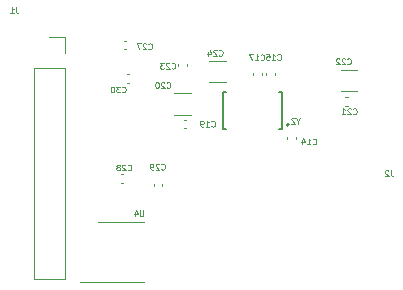
<source format=gbr>
%TF.GenerationSoftware,KiCad,Pcbnew,8.0.4*%
%TF.CreationDate,2024-09-17T19:46:24+01:00*%
%TF.ProjectId,ADE_Main_V4,4144455f-4d61-4696-9e5f-56342e6b6963,rev?*%
%TF.SameCoordinates,Original*%
%TF.FileFunction,Legend,Bot*%
%TF.FilePolarity,Positive*%
%FSLAX46Y46*%
G04 Gerber Fmt 4.6, Leading zero omitted, Abs format (unit mm)*
G04 Created by KiCad (PCBNEW 8.0.4) date 2024-09-17 19:46:24*
%MOMM*%
%LPD*%
G01*
G04 APERTURE LIST*
%ADD10C,0.100000*%
%ADD11C,0.120000*%
%ADD12C,0.127000*%
%ADD13C,0.200000*%
G04 APERTURE END LIST*
D10*
X3191628Y33781309D02*
X3215437Y33757500D01*
X3215437Y33757500D02*
X3286866Y33733690D01*
X3286866Y33733690D02*
X3334485Y33733690D01*
X3334485Y33733690D02*
X3405913Y33757500D01*
X3405913Y33757500D02*
X3453532Y33805119D01*
X3453532Y33805119D02*
X3477342Y33852738D01*
X3477342Y33852738D02*
X3501151Y33947976D01*
X3501151Y33947976D02*
X3501151Y34019404D01*
X3501151Y34019404D02*
X3477342Y34114642D01*
X3477342Y34114642D02*
X3453532Y34162261D01*
X3453532Y34162261D02*
X3405913Y34209880D01*
X3405913Y34209880D02*
X3334485Y34233690D01*
X3334485Y34233690D02*
X3286866Y34233690D01*
X3286866Y34233690D02*
X3215437Y34209880D01*
X3215437Y34209880D02*
X3191628Y34186071D01*
X3001151Y34186071D02*
X2977342Y34209880D01*
X2977342Y34209880D02*
X2929723Y34233690D01*
X2929723Y34233690D02*
X2810675Y34233690D01*
X2810675Y34233690D02*
X2763056Y34209880D01*
X2763056Y34209880D02*
X2739247Y34186071D01*
X2739247Y34186071D02*
X2715437Y34138452D01*
X2715437Y34138452D02*
X2715437Y34090833D01*
X2715437Y34090833D02*
X2739247Y34019404D01*
X2739247Y34019404D02*
X3024961Y33733690D01*
X3024961Y33733690D02*
X2715437Y33733690D01*
X2405914Y34233690D02*
X2358295Y34233690D01*
X2358295Y34233690D02*
X2310676Y34209880D01*
X2310676Y34209880D02*
X2286866Y34186071D01*
X2286866Y34186071D02*
X2263057Y34138452D01*
X2263057Y34138452D02*
X2239247Y34043214D01*
X2239247Y34043214D02*
X2239247Y33924166D01*
X2239247Y33924166D02*
X2263057Y33828928D01*
X2263057Y33828928D02*
X2286866Y33781309D01*
X2286866Y33781309D02*
X2310676Y33757500D01*
X2310676Y33757500D02*
X2358295Y33733690D01*
X2358295Y33733690D02*
X2405914Y33733690D01*
X2405914Y33733690D02*
X2453533Y33757500D01*
X2453533Y33757500D02*
X2477342Y33781309D01*
X2477342Y33781309D02*
X2501152Y33828928D01*
X2501152Y33828928D02*
X2524961Y33924166D01*
X2524961Y33924166D02*
X2524961Y34043214D01*
X2524961Y34043214D02*
X2501152Y34138452D01*
X2501152Y34138452D02*
X2477342Y34186071D01*
X2477342Y34186071D02*
X2453533Y34209880D01*
X2453533Y34209880D02*
X2405914Y34233690D01*
X14335094Y30949185D02*
X14335094Y30711090D01*
X14501760Y31211090D02*
X14335094Y30949185D01*
X14335094Y30949185D02*
X14168427Y31211090D01*
X14025570Y31163471D02*
X14001761Y31187280D01*
X14001761Y31187280D02*
X13954142Y31211090D01*
X13954142Y31211090D02*
X13835094Y31211090D01*
X13835094Y31211090D02*
X13787475Y31187280D01*
X13787475Y31187280D02*
X13763666Y31163471D01*
X13763666Y31163471D02*
X13739856Y31115852D01*
X13739856Y31115852D02*
X13739856Y31068233D01*
X13739856Y31068233D02*
X13763666Y30996804D01*
X13763666Y30996804D02*
X14049380Y30711090D01*
X14049380Y30711090D02*
X13739856Y30711090D01*
X-9561533Y40558290D02*
X-9561533Y40201147D01*
X-9561533Y40201147D02*
X-9537724Y40129719D01*
X-9537724Y40129719D02*
X-9490105Y40082100D01*
X-9490105Y40082100D02*
X-9418676Y40058290D01*
X-9418676Y40058290D02*
X-9371057Y40058290D01*
X-10061533Y40058290D02*
X-9775819Y40058290D01*
X-9918676Y40058290D02*
X-9918676Y40558290D01*
X-9918676Y40558290D02*
X-9871057Y40486861D01*
X-9871057Y40486861D02*
X-9823438Y40439242D01*
X-9823438Y40439242D02*
X-9775819Y40415433D01*
X2734428Y26872509D02*
X2758237Y26848700D01*
X2758237Y26848700D02*
X2829666Y26824890D01*
X2829666Y26824890D02*
X2877285Y26824890D01*
X2877285Y26824890D02*
X2948713Y26848700D01*
X2948713Y26848700D02*
X2996332Y26896319D01*
X2996332Y26896319D02*
X3020142Y26943938D01*
X3020142Y26943938D02*
X3043951Y27039176D01*
X3043951Y27039176D02*
X3043951Y27110604D01*
X3043951Y27110604D02*
X3020142Y27205842D01*
X3020142Y27205842D02*
X2996332Y27253461D01*
X2996332Y27253461D02*
X2948713Y27301080D01*
X2948713Y27301080D02*
X2877285Y27324890D01*
X2877285Y27324890D02*
X2829666Y27324890D01*
X2829666Y27324890D02*
X2758237Y27301080D01*
X2758237Y27301080D02*
X2734428Y27277271D01*
X2543951Y27277271D02*
X2520142Y27301080D01*
X2520142Y27301080D02*
X2472523Y27324890D01*
X2472523Y27324890D02*
X2353475Y27324890D01*
X2353475Y27324890D02*
X2305856Y27301080D01*
X2305856Y27301080D02*
X2282047Y27277271D01*
X2282047Y27277271D02*
X2258237Y27229652D01*
X2258237Y27229652D02*
X2258237Y27182033D01*
X2258237Y27182033D02*
X2282047Y27110604D01*
X2282047Y27110604D02*
X2567761Y26824890D01*
X2567761Y26824890D02*
X2258237Y26824890D01*
X2020142Y26824890D02*
X1924904Y26824890D01*
X1924904Y26824890D02*
X1877285Y26848700D01*
X1877285Y26848700D02*
X1853476Y26872509D01*
X1853476Y26872509D02*
X1805857Y26943938D01*
X1805857Y26943938D02*
X1782047Y27039176D01*
X1782047Y27039176D02*
X1782047Y27229652D01*
X1782047Y27229652D02*
X1805857Y27277271D01*
X1805857Y27277271D02*
X1829666Y27301080D01*
X1829666Y27301080D02*
X1877285Y27324890D01*
X1877285Y27324890D02*
X1972523Y27324890D01*
X1972523Y27324890D02*
X2020142Y27301080D01*
X2020142Y27301080D02*
X2043952Y27277271D01*
X2043952Y27277271D02*
X2067761Y27229652D01*
X2067761Y27229652D02*
X2067761Y27110604D01*
X2067761Y27110604D02*
X2043952Y27062985D01*
X2043952Y27062985D02*
X2020142Y27039176D01*
X2020142Y27039176D02*
X1972523Y27015366D01*
X1972523Y27015366D02*
X1877285Y27015366D01*
X1877285Y27015366D02*
X1829666Y27039176D01*
X1829666Y27039176D02*
X1805857Y27062985D01*
X1805857Y27062985D02*
X1782047Y27110604D01*
X3598028Y35406909D02*
X3621837Y35383100D01*
X3621837Y35383100D02*
X3693266Y35359290D01*
X3693266Y35359290D02*
X3740885Y35359290D01*
X3740885Y35359290D02*
X3812313Y35383100D01*
X3812313Y35383100D02*
X3859932Y35430719D01*
X3859932Y35430719D02*
X3883742Y35478338D01*
X3883742Y35478338D02*
X3907551Y35573576D01*
X3907551Y35573576D02*
X3907551Y35645004D01*
X3907551Y35645004D02*
X3883742Y35740242D01*
X3883742Y35740242D02*
X3859932Y35787861D01*
X3859932Y35787861D02*
X3812313Y35835480D01*
X3812313Y35835480D02*
X3740885Y35859290D01*
X3740885Y35859290D02*
X3693266Y35859290D01*
X3693266Y35859290D02*
X3621837Y35835480D01*
X3621837Y35835480D02*
X3598028Y35811671D01*
X3407551Y35811671D02*
X3383742Y35835480D01*
X3383742Y35835480D02*
X3336123Y35859290D01*
X3336123Y35859290D02*
X3217075Y35859290D01*
X3217075Y35859290D02*
X3169456Y35835480D01*
X3169456Y35835480D02*
X3145647Y35811671D01*
X3145647Y35811671D02*
X3121837Y35764052D01*
X3121837Y35764052D02*
X3121837Y35716433D01*
X3121837Y35716433D02*
X3145647Y35645004D01*
X3145647Y35645004D02*
X3431361Y35359290D01*
X3431361Y35359290D02*
X3121837Y35359290D01*
X2955171Y35859290D02*
X2645647Y35859290D01*
X2645647Y35859290D02*
X2812314Y35668814D01*
X2812314Y35668814D02*
X2740885Y35668814D01*
X2740885Y35668814D02*
X2693266Y35645004D01*
X2693266Y35645004D02*
X2669457Y35621195D01*
X2669457Y35621195D02*
X2645647Y35573576D01*
X2645647Y35573576D02*
X2645647Y35454528D01*
X2645647Y35454528D02*
X2669457Y35406909D01*
X2669457Y35406909D02*
X2693266Y35383100D01*
X2693266Y35383100D02*
X2740885Y35359290D01*
X2740885Y35359290D02*
X2883742Y35359290D01*
X2883742Y35359290D02*
X2931361Y35383100D01*
X2931361Y35383100D02*
X2955171Y35406909D01*
X12564228Y36143509D02*
X12588037Y36119700D01*
X12588037Y36119700D02*
X12659466Y36095890D01*
X12659466Y36095890D02*
X12707085Y36095890D01*
X12707085Y36095890D02*
X12778513Y36119700D01*
X12778513Y36119700D02*
X12826132Y36167319D01*
X12826132Y36167319D02*
X12849942Y36214938D01*
X12849942Y36214938D02*
X12873751Y36310176D01*
X12873751Y36310176D02*
X12873751Y36381604D01*
X12873751Y36381604D02*
X12849942Y36476842D01*
X12849942Y36476842D02*
X12826132Y36524461D01*
X12826132Y36524461D02*
X12778513Y36572080D01*
X12778513Y36572080D02*
X12707085Y36595890D01*
X12707085Y36595890D02*
X12659466Y36595890D01*
X12659466Y36595890D02*
X12588037Y36572080D01*
X12588037Y36572080D02*
X12564228Y36548271D01*
X12088037Y36095890D02*
X12373751Y36095890D01*
X12230894Y36095890D02*
X12230894Y36595890D01*
X12230894Y36595890D02*
X12278513Y36524461D01*
X12278513Y36524461D02*
X12326132Y36476842D01*
X12326132Y36476842D02*
X12373751Y36453033D01*
X11635657Y36595890D02*
X11873752Y36595890D01*
X11873752Y36595890D02*
X11897561Y36357795D01*
X11897561Y36357795D02*
X11873752Y36381604D01*
X11873752Y36381604D02*
X11826133Y36405414D01*
X11826133Y36405414D02*
X11707085Y36405414D01*
X11707085Y36405414D02*
X11659466Y36381604D01*
X11659466Y36381604D02*
X11635657Y36357795D01*
X11635657Y36357795D02*
X11611847Y36310176D01*
X11611847Y36310176D02*
X11611847Y36191128D01*
X11611847Y36191128D02*
X11635657Y36143509D01*
X11635657Y36143509D02*
X11659466Y36119700D01*
X11659466Y36119700D02*
X11707085Y36095890D01*
X11707085Y36095890D02*
X11826133Y36095890D01*
X11826133Y36095890D02*
X11873752Y36119700D01*
X11873752Y36119700D02*
X11897561Y36143509D01*
X18482428Y35787909D02*
X18506237Y35764100D01*
X18506237Y35764100D02*
X18577666Y35740290D01*
X18577666Y35740290D02*
X18625285Y35740290D01*
X18625285Y35740290D02*
X18696713Y35764100D01*
X18696713Y35764100D02*
X18744332Y35811719D01*
X18744332Y35811719D02*
X18768142Y35859338D01*
X18768142Y35859338D02*
X18791951Y35954576D01*
X18791951Y35954576D02*
X18791951Y36026004D01*
X18791951Y36026004D02*
X18768142Y36121242D01*
X18768142Y36121242D02*
X18744332Y36168861D01*
X18744332Y36168861D02*
X18696713Y36216480D01*
X18696713Y36216480D02*
X18625285Y36240290D01*
X18625285Y36240290D02*
X18577666Y36240290D01*
X18577666Y36240290D02*
X18506237Y36216480D01*
X18506237Y36216480D02*
X18482428Y36192671D01*
X18291951Y36192671D02*
X18268142Y36216480D01*
X18268142Y36216480D02*
X18220523Y36240290D01*
X18220523Y36240290D02*
X18101475Y36240290D01*
X18101475Y36240290D02*
X18053856Y36216480D01*
X18053856Y36216480D02*
X18030047Y36192671D01*
X18030047Y36192671D02*
X18006237Y36145052D01*
X18006237Y36145052D02*
X18006237Y36097433D01*
X18006237Y36097433D02*
X18030047Y36026004D01*
X18030047Y36026004D02*
X18315761Y35740290D01*
X18315761Y35740290D02*
X18006237Y35740290D01*
X17815761Y36192671D02*
X17791952Y36216480D01*
X17791952Y36216480D02*
X17744333Y36240290D01*
X17744333Y36240290D02*
X17625285Y36240290D01*
X17625285Y36240290D02*
X17577666Y36216480D01*
X17577666Y36216480D02*
X17553857Y36192671D01*
X17553857Y36192671D02*
X17530047Y36145052D01*
X17530047Y36145052D02*
X17530047Y36097433D01*
X17530047Y36097433D02*
X17553857Y36026004D01*
X17553857Y36026004D02*
X17839571Y35740290D01*
X17839571Y35740290D02*
X17530047Y35740290D01*
X22166666Y26773890D02*
X22166666Y26416747D01*
X22166666Y26416747D02*
X22190475Y26345319D01*
X22190475Y26345319D02*
X22238094Y26297700D01*
X22238094Y26297700D02*
X22309523Y26273890D01*
X22309523Y26273890D02*
X22357142Y26273890D01*
X21952380Y26726271D02*
X21928571Y26750080D01*
X21928571Y26750080D02*
X21880952Y26773890D01*
X21880952Y26773890D02*
X21761904Y26773890D01*
X21761904Y26773890D02*
X21714285Y26750080D01*
X21714285Y26750080D02*
X21690476Y26726271D01*
X21690476Y26726271D02*
X21666666Y26678652D01*
X21666666Y26678652D02*
X21666666Y26631033D01*
X21666666Y26631033D02*
X21690476Y26559604D01*
X21690476Y26559604D02*
X21976190Y26273890D01*
X21976190Y26273890D02*
X21666666Y26273890D01*
X11141828Y36118109D02*
X11165637Y36094300D01*
X11165637Y36094300D02*
X11237066Y36070490D01*
X11237066Y36070490D02*
X11284685Y36070490D01*
X11284685Y36070490D02*
X11356113Y36094300D01*
X11356113Y36094300D02*
X11403732Y36141919D01*
X11403732Y36141919D02*
X11427542Y36189538D01*
X11427542Y36189538D02*
X11451351Y36284776D01*
X11451351Y36284776D02*
X11451351Y36356204D01*
X11451351Y36356204D02*
X11427542Y36451442D01*
X11427542Y36451442D02*
X11403732Y36499061D01*
X11403732Y36499061D02*
X11356113Y36546680D01*
X11356113Y36546680D02*
X11284685Y36570490D01*
X11284685Y36570490D02*
X11237066Y36570490D01*
X11237066Y36570490D02*
X11165637Y36546680D01*
X11165637Y36546680D02*
X11141828Y36522871D01*
X10665637Y36070490D02*
X10951351Y36070490D01*
X10808494Y36070490D02*
X10808494Y36570490D01*
X10808494Y36570490D02*
X10856113Y36499061D01*
X10856113Y36499061D02*
X10903732Y36451442D01*
X10903732Y36451442D02*
X10951351Y36427633D01*
X10498971Y36570490D02*
X10165638Y36570490D01*
X10165638Y36570490D02*
X10379923Y36070490D01*
X15546428Y28996509D02*
X15570237Y28972700D01*
X15570237Y28972700D02*
X15641666Y28948890D01*
X15641666Y28948890D02*
X15689285Y28948890D01*
X15689285Y28948890D02*
X15760713Y28972700D01*
X15760713Y28972700D02*
X15808332Y29020319D01*
X15808332Y29020319D02*
X15832142Y29067938D01*
X15832142Y29067938D02*
X15855951Y29163176D01*
X15855951Y29163176D02*
X15855951Y29234604D01*
X15855951Y29234604D02*
X15832142Y29329842D01*
X15832142Y29329842D02*
X15808332Y29377461D01*
X15808332Y29377461D02*
X15760713Y29425080D01*
X15760713Y29425080D02*
X15689285Y29448890D01*
X15689285Y29448890D02*
X15641666Y29448890D01*
X15641666Y29448890D02*
X15570237Y29425080D01*
X15570237Y29425080D02*
X15546428Y29401271D01*
X15070237Y28948890D02*
X15355951Y28948890D01*
X15213094Y28948890D02*
X15213094Y29448890D01*
X15213094Y29448890D02*
X15260713Y29377461D01*
X15260713Y29377461D02*
X15308332Y29329842D01*
X15308332Y29329842D02*
X15355951Y29306033D01*
X14641666Y29282223D02*
X14641666Y28948890D01*
X14760714Y29472700D02*
X14879761Y29115557D01*
X14879761Y29115557D02*
X14570238Y29115557D01*
X-592971Y33400309D02*
X-569162Y33376500D01*
X-569162Y33376500D02*
X-497733Y33352690D01*
X-497733Y33352690D02*
X-450114Y33352690D01*
X-450114Y33352690D02*
X-378686Y33376500D01*
X-378686Y33376500D02*
X-331067Y33424119D01*
X-331067Y33424119D02*
X-307257Y33471738D01*
X-307257Y33471738D02*
X-283448Y33566976D01*
X-283448Y33566976D02*
X-283448Y33638404D01*
X-283448Y33638404D02*
X-307257Y33733642D01*
X-307257Y33733642D02*
X-331067Y33781261D01*
X-331067Y33781261D02*
X-378686Y33828880D01*
X-378686Y33828880D02*
X-450114Y33852690D01*
X-450114Y33852690D02*
X-497733Y33852690D01*
X-497733Y33852690D02*
X-569162Y33828880D01*
X-569162Y33828880D02*
X-592971Y33805071D01*
X-759638Y33852690D02*
X-1069162Y33852690D01*
X-1069162Y33852690D02*
X-902495Y33662214D01*
X-902495Y33662214D02*
X-973924Y33662214D01*
X-973924Y33662214D02*
X-1021543Y33638404D01*
X-1021543Y33638404D02*
X-1045352Y33614595D01*
X-1045352Y33614595D02*
X-1069162Y33566976D01*
X-1069162Y33566976D02*
X-1069162Y33447928D01*
X-1069162Y33447928D02*
X-1045352Y33400309D01*
X-1045352Y33400309D02*
X-1021543Y33376500D01*
X-1021543Y33376500D02*
X-973924Y33352690D01*
X-973924Y33352690D02*
X-831067Y33352690D01*
X-831067Y33352690D02*
X-783448Y33376500D01*
X-783448Y33376500D02*
X-759638Y33400309D01*
X-1378685Y33852690D02*
X-1426304Y33852690D01*
X-1426304Y33852690D02*
X-1473923Y33828880D01*
X-1473923Y33828880D02*
X-1497733Y33805071D01*
X-1497733Y33805071D02*
X-1521542Y33757452D01*
X-1521542Y33757452D02*
X-1545352Y33662214D01*
X-1545352Y33662214D02*
X-1545352Y33543166D01*
X-1545352Y33543166D02*
X-1521542Y33447928D01*
X-1521542Y33447928D02*
X-1497733Y33400309D01*
X-1497733Y33400309D02*
X-1473923Y33376500D01*
X-1473923Y33376500D02*
X-1426304Y33352690D01*
X-1426304Y33352690D02*
X-1378685Y33352690D01*
X-1378685Y33352690D02*
X-1331066Y33376500D01*
X-1331066Y33376500D02*
X-1307257Y33400309D01*
X-1307257Y33400309D02*
X-1283447Y33447928D01*
X-1283447Y33447928D02*
X-1259638Y33543166D01*
X-1259638Y33543166D02*
X-1259638Y33662214D01*
X-1259638Y33662214D02*
X-1283447Y33757452D01*
X-1283447Y33757452D02*
X-1307257Y33805071D01*
X-1307257Y33805071D02*
X-1331066Y33828880D01*
X-1331066Y33828880D02*
X-1378685Y33852690D01*
X6976228Y30504709D02*
X7000037Y30480900D01*
X7000037Y30480900D02*
X7071466Y30457090D01*
X7071466Y30457090D02*
X7119085Y30457090D01*
X7119085Y30457090D02*
X7190513Y30480900D01*
X7190513Y30480900D02*
X7238132Y30528519D01*
X7238132Y30528519D02*
X7261942Y30576138D01*
X7261942Y30576138D02*
X7285751Y30671376D01*
X7285751Y30671376D02*
X7285751Y30742804D01*
X7285751Y30742804D02*
X7261942Y30838042D01*
X7261942Y30838042D02*
X7238132Y30885661D01*
X7238132Y30885661D02*
X7190513Y30933280D01*
X7190513Y30933280D02*
X7119085Y30957090D01*
X7119085Y30957090D02*
X7071466Y30957090D01*
X7071466Y30957090D02*
X7000037Y30933280D01*
X7000037Y30933280D02*
X6976228Y30909471D01*
X6500037Y30457090D02*
X6785751Y30457090D01*
X6642894Y30457090D02*
X6642894Y30957090D01*
X6642894Y30957090D02*
X6690513Y30885661D01*
X6690513Y30885661D02*
X6738132Y30838042D01*
X6738132Y30838042D02*
X6785751Y30814233D01*
X6261942Y30457090D02*
X6166704Y30457090D01*
X6166704Y30457090D02*
X6119085Y30480900D01*
X6119085Y30480900D02*
X6095276Y30504709D01*
X6095276Y30504709D02*
X6047657Y30576138D01*
X6047657Y30576138D02*
X6023847Y30671376D01*
X6023847Y30671376D02*
X6023847Y30861852D01*
X6023847Y30861852D02*
X6047657Y30909471D01*
X6047657Y30909471D02*
X6071466Y30933280D01*
X6071466Y30933280D02*
X6119085Y30957090D01*
X6119085Y30957090D02*
X6214323Y30957090D01*
X6214323Y30957090D02*
X6261942Y30933280D01*
X6261942Y30933280D02*
X6285752Y30909471D01*
X6285752Y30909471D02*
X6309561Y30861852D01*
X6309561Y30861852D02*
X6309561Y30742804D01*
X6309561Y30742804D02*
X6285752Y30695185D01*
X6285752Y30695185D02*
X6261942Y30671376D01*
X6261942Y30671376D02*
X6214323Y30647566D01*
X6214323Y30647566D02*
X6119085Y30647566D01*
X6119085Y30647566D02*
X6071466Y30671376D01*
X6071466Y30671376D02*
X6047657Y30695185D01*
X6047657Y30695185D02*
X6023847Y30742804D01*
X1219152Y23362490D02*
X1219152Y22957728D01*
X1219152Y22957728D02*
X1195342Y22910109D01*
X1195342Y22910109D02*
X1171533Y22886300D01*
X1171533Y22886300D02*
X1123914Y22862490D01*
X1123914Y22862490D02*
X1028676Y22862490D01*
X1028676Y22862490D02*
X981057Y22886300D01*
X981057Y22886300D02*
X957247Y22910109D01*
X957247Y22910109D02*
X933438Y22957728D01*
X933438Y22957728D02*
X933438Y23362490D01*
X481056Y23195823D02*
X481056Y22862490D01*
X600104Y23386300D02*
X719151Y23029157D01*
X719151Y23029157D02*
X409628Y23029157D01*
X-110371Y26796309D02*
X-86562Y26772500D01*
X-86562Y26772500D02*
X-15133Y26748690D01*
X-15133Y26748690D02*
X32485Y26748690D01*
X32485Y26748690D02*
X103913Y26772500D01*
X103913Y26772500D02*
X151532Y26820119D01*
X151532Y26820119D02*
X175342Y26867738D01*
X175342Y26867738D02*
X199151Y26962976D01*
X199151Y26962976D02*
X199151Y27034404D01*
X199151Y27034404D02*
X175342Y27129642D01*
X175342Y27129642D02*
X151532Y27177261D01*
X151532Y27177261D02*
X103913Y27224880D01*
X103913Y27224880D02*
X32485Y27248690D01*
X32485Y27248690D02*
X-15133Y27248690D01*
X-15133Y27248690D02*
X-86562Y27224880D01*
X-86562Y27224880D02*
X-110371Y27201071D01*
X-300848Y27201071D02*
X-324657Y27224880D01*
X-324657Y27224880D02*
X-372276Y27248690D01*
X-372276Y27248690D02*
X-491324Y27248690D01*
X-491324Y27248690D02*
X-538943Y27224880D01*
X-538943Y27224880D02*
X-562752Y27201071D01*
X-562752Y27201071D02*
X-586562Y27153452D01*
X-586562Y27153452D02*
X-586562Y27105833D01*
X-586562Y27105833D02*
X-562752Y27034404D01*
X-562752Y27034404D02*
X-277038Y26748690D01*
X-277038Y26748690D02*
X-586562Y26748690D01*
X-872276Y27034404D02*
X-824657Y27058214D01*
X-824657Y27058214D02*
X-800847Y27082023D01*
X-800847Y27082023D02*
X-777038Y27129642D01*
X-777038Y27129642D02*
X-777038Y27153452D01*
X-777038Y27153452D02*
X-800847Y27201071D01*
X-800847Y27201071D02*
X-824657Y27224880D01*
X-824657Y27224880D02*
X-872276Y27248690D01*
X-872276Y27248690D02*
X-967514Y27248690D01*
X-967514Y27248690D02*
X-1015133Y27224880D01*
X-1015133Y27224880D02*
X-1038942Y27201071D01*
X-1038942Y27201071D02*
X-1062752Y27153452D01*
X-1062752Y27153452D02*
X-1062752Y27129642D01*
X-1062752Y27129642D02*
X-1038942Y27082023D01*
X-1038942Y27082023D02*
X-1015133Y27058214D01*
X-1015133Y27058214D02*
X-967514Y27034404D01*
X-967514Y27034404D02*
X-872276Y27034404D01*
X-872276Y27034404D02*
X-824657Y27010595D01*
X-824657Y27010595D02*
X-800847Y26986785D01*
X-800847Y26986785D02*
X-777038Y26939166D01*
X-777038Y26939166D02*
X-777038Y26843928D01*
X-777038Y26843928D02*
X-800847Y26796309D01*
X-800847Y26796309D02*
X-824657Y26772500D01*
X-824657Y26772500D02*
X-872276Y26748690D01*
X-872276Y26748690D02*
X-967514Y26748690D01*
X-967514Y26748690D02*
X-1015133Y26772500D01*
X-1015133Y26772500D02*
X-1038942Y26796309D01*
X-1038942Y26796309D02*
X-1062752Y26843928D01*
X-1062752Y26843928D02*
X-1062752Y26939166D01*
X-1062752Y26939166D02*
X-1038942Y26986785D01*
X-1038942Y26986785D02*
X-1015133Y27010595D01*
X-1015133Y27010595D02*
X-967514Y27034404D01*
X1642228Y37057909D02*
X1666037Y37034100D01*
X1666037Y37034100D02*
X1737466Y37010290D01*
X1737466Y37010290D02*
X1785085Y37010290D01*
X1785085Y37010290D02*
X1856513Y37034100D01*
X1856513Y37034100D02*
X1904132Y37081719D01*
X1904132Y37081719D02*
X1927942Y37129338D01*
X1927942Y37129338D02*
X1951751Y37224576D01*
X1951751Y37224576D02*
X1951751Y37296004D01*
X1951751Y37296004D02*
X1927942Y37391242D01*
X1927942Y37391242D02*
X1904132Y37438861D01*
X1904132Y37438861D02*
X1856513Y37486480D01*
X1856513Y37486480D02*
X1785085Y37510290D01*
X1785085Y37510290D02*
X1737466Y37510290D01*
X1737466Y37510290D02*
X1666037Y37486480D01*
X1666037Y37486480D02*
X1642228Y37462671D01*
X1451751Y37462671D02*
X1427942Y37486480D01*
X1427942Y37486480D02*
X1380323Y37510290D01*
X1380323Y37510290D02*
X1261275Y37510290D01*
X1261275Y37510290D02*
X1213656Y37486480D01*
X1213656Y37486480D02*
X1189847Y37462671D01*
X1189847Y37462671D02*
X1166037Y37415052D01*
X1166037Y37415052D02*
X1166037Y37367433D01*
X1166037Y37367433D02*
X1189847Y37296004D01*
X1189847Y37296004D02*
X1475561Y37010290D01*
X1475561Y37010290D02*
X1166037Y37010290D01*
X999371Y37510290D02*
X666038Y37510290D01*
X666038Y37510290D02*
X880323Y37010290D01*
X7611228Y36499109D02*
X7635037Y36475300D01*
X7635037Y36475300D02*
X7706466Y36451490D01*
X7706466Y36451490D02*
X7754085Y36451490D01*
X7754085Y36451490D02*
X7825513Y36475300D01*
X7825513Y36475300D02*
X7873132Y36522919D01*
X7873132Y36522919D02*
X7896942Y36570538D01*
X7896942Y36570538D02*
X7920751Y36665776D01*
X7920751Y36665776D02*
X7920751Y36737204D01*
X7920751Y36737204D02*
X7896942Y36832442D01*
X7896942Y36832442D02*
X7873132Y36880061D01*
X7873132Y36880061D02*
X7825513Y36927680D01*
X7825513Y36927680D02*
X7754085Y36951490D01*
X7754085Y36951490D02*
X7706466Y36951490D01*
X7706466Y36951490D02*
X7635037Y36927680D01*
X7635037Y36927680D02*
X7611228Y36903871D01*
X7420751Y36903871D02*
X7396942Y36927680D01*
X7396942Y36927680D02*
X7349323Y36951490D01*
X7349323Y36951490D02*
X7230275Y36951490D01*
X7230275Y36951490D02*
X7182656Y36927680D01*
X7182656Y36927680D02*
X7158847Y36903871D01*
X7158847Y36903871D02*
X7135037Y36856252D01*
X7135037Y36856252D02*
X7135037Y36808633D01*
X7135037Y36808633D02*
X7158847Y36737204D01*
X7158847Y36737204D02*
X7444561Y36451490D01*
X7444561Y36451490D02*
X7135037Y36451490D01*
X6706466Y36784823D02*
X6706466Y36451490D01*
X6825514Y36975300D02*
X6944561Y36618157D01*
X6944561Y36618157D02*
X6635038Y36618157D01*
X18965028Y31546109D02*
X18988837Y31522300D01*
X18988837Y31522300D02*
X19060266Y31498490D01*
X19060266Y31498490D02*
X19107885Y31498490D01*
X19107885Y31498490D02*
X19179313Y31522300D01*
X19179313Y31522300D02*
X19226932Y31569919D01*
X19226932Y31569919D02*
X19250742Y31617538D01*
X19250742Y31617538D02*
X19274551Y31712776D01*
X19274551Y31712776D02*
X19274551Y31784204D01*
X19274551Y31784204D02*
X19250742Y31879442D01*
X19250742Y31879442D02*
X19226932Y31927061D01*
X19226932Y31927061D02*
X19179313Y31974680D01*
X19179313Y31974680D02*
X19107885Y31998490D01*
X19107885Y31998490D02*
X19060266Y31998490D01*
X19060266Y31998490D02*
X18988837Y31974680D01*
X18988837Y31974680D02*
X18965028Y31950871D01*
X18774551Y31950871D02*
X18750742Y31974680D01*
X18750742Y31974680D02*
X18703123Y31998490D01*
X18703123Y31998490D02*
X18584075Y31998490D01*
X18584075Y31998490D02*
X18536456Y31974680D01*
X18536456Y31974680D02*
X18512647Y31950871D01*
X18512647Y31950871D02*
X18488837Y31903252D01*
X18488837Y31903252D02*
X18488837Y31855633D01*
X18488837Y31855633D02*
X18512647Y31784204D01*
X18512647Y31784204D02*
X18798361Y31498490D01*
X18798361Y31498490D02*
X18488837Y31498490D01*
X18012647Y31498490D02*
X18298361Y31498490D01*
X18155504Y31498490D02*
X18155504Y31998490D01*
X18155504Y31998490D02*
X18203123Y31927061D01*
X18203123Y31927061D02*
X18250742Y31879442D01*
X18250742Y31879442D02*
X18298361Y31855633D01*
D11*
%TO.C,C20*%
X5211252Y33285000D02*
X3788748Y33285000D01*
X5211252Y31465000D02*
X3788748Y31465000D01*
D12*
%TO.C,Y2*%
X12661500Y33425000D02*
X12937500Y33425000D01*
X7937500Y33425000D02*
X8213500Y33425000D01*
X7937500Y30225000D02*
X8213500Y30225000D01*
X7937500Y33425000D02*
X7937500Y30225000D01*
X12937500Y30225000D02*
X12937500Y33425000D01*
X12661500Y30225000D02*
X12937500Y30225000D01*
D13*
X13537500Y30625000D02*
G75*
G02*
X13337500Y30625000I-100000J0D01*
G01*
X13337500Y30625000D02*
G75*
G02*
X13537500Y30625000I100000J0D01*
G01*
D11*
%TO.C,C29*%
X2103800Y25637436D02*
X2103800Y25421764D01*
X2823800Y25637436D02*
X2823800Y25421764D01*
%TO.C,J15*%
X-5420200Y35422980D02*
X-5420200Y17582980D01*
X-8080200Y35422980D02*
X-8080200Y17582980D01*
X-5420200Y17582980D02*
X-8080200Y17582980D01*
X-5420200Y35422980D02*
X-8080200Y35422980D01*
X-5420200Y36692980D02*
X-5420200Y38022980D01*
X-5420200Y38022980D02*
X-6750200Y38022980D01*
%TO.C,C23*%
X4186600Y35579164D02*
X4186600Y35794836D01*
X4906600Y35579164D02*
X4906600Y35794836D01*
%TO.C,C15*%
X11603400Y35004836D02*
X11603400Y34789164D01*
X12323400Y35004836D02*
X12323400Y34789164D01*
%TO.C,C22*%
X17906948Y35276200D02*
X19329452Y35276200D01*
X17906948Y33456200D02*
X19329452Y33456200D01*
%TO.C,C17*%
X10536600Y35004836D02*
X10536600Y34789164D01*
X11256600Y35004836D02*
X11256600Y34789164D01*
%TO.C,C14*%
X14135000Y29607836D02*
X14135000Y29392164D01*
X13415000Y29607836D02*
X13415000Y29392164D01*
%TO.C,C30*%
X-184036Y34904000D02*
X31636Y34904000D01*
X-184036Y34184000D02*
X31636Y34184000D01*
%TO.C,C19*%
X4832236Y30323200D02*
X4616564Y30323200D01*
X4832236Y31043200D02*
X4616564Y31043200D01*
%TO.C,U4*%
X-660000Y17270000D02*
X1290000Y17270000D01*
X-660000Y17270000D02*
X-4110000Y17270000D01*
X-660000Y22390000D02*
X-2610000Y22390000D01*
X-660000Y22390000D02*
X1290000Y22390000D01*
%TO.C,C28*%
X-476364Y26445800D02*
X-692036Y26445800D01*
X-476364Y25725800D02*
X-692036Y25725800D01*
%TO.C,C27*%
X-245164Y37003400D02*
X-460836Y37003400D01*
X-245164Y37723400D02*
X-460836Y37723400D01*
%TO.C,C24*%
X6807148Y36038200D02*
X8229652Y36038200D01*
X6807148Y34218200D02*
X8229652Y34218200D01*
%TO.C,C21*%
X18307164Y32948200D02*
X18522836Y32948200D01*
X18307164Y32228200D02*
X18522836Y32228200D01*
%TD*%
M02*

</source>
